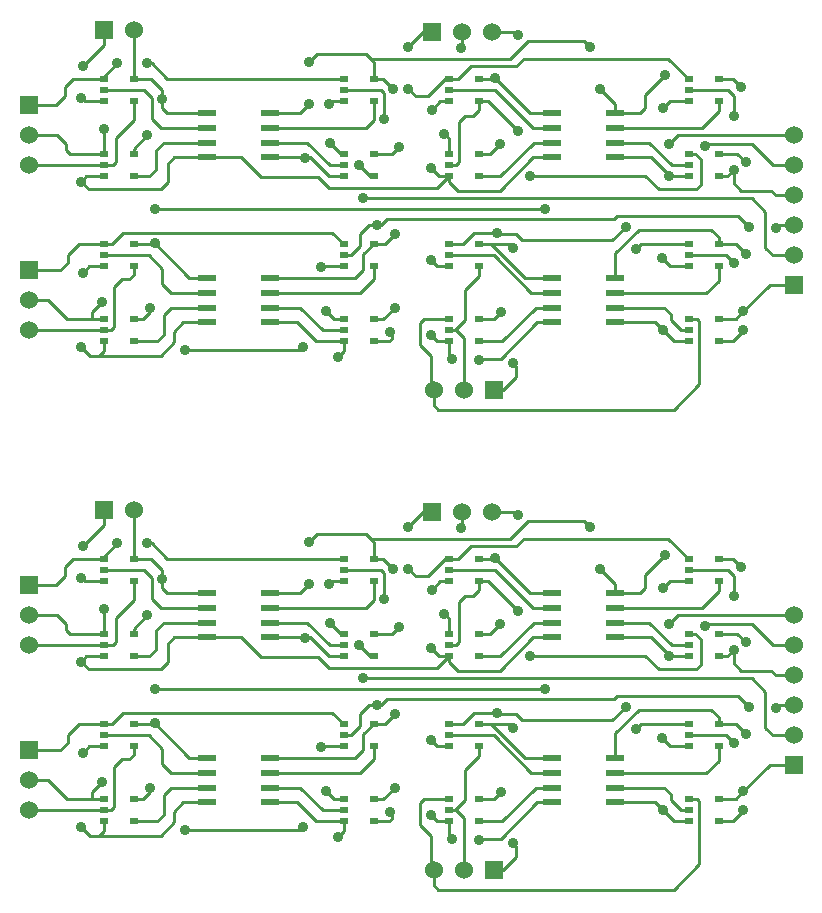
<source format=gtl>
G04 (created by PCBNEW (22-Jun-2014 BZR 4027)-stable) date Thu 13 Oct 2016 08:17:28 AM EDT*
%MOIN*%
G04 Gerber Fmt 3.4, Leading zero omitted, Abs format*
%FSLAX34Y34*%
G01*
G70*
G90*
G04 APERTURE LIST*
%ADD10C,0.00590551*%
%ADD11R,0.06X0.06*%
%ADD12C,0.06*%
%ADD13R,0.0629921X0.023622*%
%ADD14R,0.03X0.02*%
%ADD15C,0.035*%
%ADD16C,0.01*%
G04 APERTURE END LIST*
G54D10*
G54D11*
X32500Y-31500D03*
G54D12*
X32500Y-30500D03*
X32500Y-29500D03*
X32500Y-28500D03*
X32500Y-27500D03*
X32500Y-26500D03*
G54D11*
X9500Y-23000D03*
G54D12*
X10500Y-23000D03*
G54D11*
X22500Y-35000D03*
G54D12*
X21500Y-35000D03*
X20500Y-35000D03*
G54D11*
X20450Y-23050D03*
G54D12*
X21450Y-23050D03*
X22450Y-23050D03*
G54D11*
X7000Y-31000D03*
G54D12*
X7000Y-32000D03*
X7000Y-33000D03*
G54D11*
X7000Y-25500D03*
G54D12*
X7000Y-26500D03*
X7000Y-27500D03*
G54D13*
X26562Y-31261D03*
X24437Y-31261D03*
X26562Y-31753D03*
X26562Y-32246D03*
X26562Y-32738D03*
X24437Y-31753D03*
X24437Y-32246D03*
X24437Y-32738D03*
X15062Y-31261D03*
X12937Y-31261D03*
X15062Y-31753D03*
X15062Y-32246D03*
X15062Y-32738D03*
X12937Y-31753D03*
X12937Y-32246D03*
X12937Y-32738D03*
X15062Y-25761D03*
X12937Y-25761D03*
X15062Y-26253D03*
X15062Y-26746D03*
X15062Y-27238D03*
X12937Y-26253D03*
X12937Y-26746D03*
X12937Y-27238D03*
X26562Y-25761D03*
X24437Y-25761D03*
X26562Y-26253D03*
X26562Y-26746D03*
X26562Y-27238D03*
X24437Y-26253D03*
X24437Y-26746D03*
X24437Y-27238D03*
G54D14*
X17500Y-32625D03*
X17500Y-33375D03*
X18500Y-32625D03*
X17500Y-33000D03*
X18500Y-33375D03*
X9500Y-30125D03*
X9500Y-30875D03*
X10500Y-30125D03*
X9500Y-30500D03*
X10500Y-30875D03*
X9500Y-32625D03*
X9500Y-33375D03*
X10500Y-32625D03*
X9500Y-33000D03*
X10500Y-33375D03*
X17500Y-24625D03*
X17500Y-25375D03*
X18500Y-24625D03*
X17500Y-25000D03*
X18500Y-25375D03*
X17500Y-27125D03*
X17500Y-27875D03*
X18500Y-27125D03*
X17500Y-27500D03*
X18500Y-27875D03*
X9500Y-27125D03*
X9500Y-27875D03*
X10500Y-27125D03*
X9500Y-27500D03*
X10500Y-27875D03*
X17500Y-30125D03*
X17500Y-30875D03*
X18500Y-30125D03*
X17500Y-30500D03*
X18500Y-30875D03*
X21000Y-27125D03*
X21000Y-27875D03*
X22000Y-27125D03*
X21000Y-27500D03*
X22000Y-27875D03*
X21000Y-24625D03*
X21000Y-25375D03*
X22000Y-24625D03*
X21000Y-25000D03*
X22000Y-25375D03*
X29000Y-27125D03*
X29000Y-27875D03*
X30000Y-27125D03*
X29000Y-27500D03*
X30000Y-27875D03*
X29000Y-24625D03*
X29000Y-25375D03*
X30000Y-24625D03*
X29000Y-25000D03*
X30000Y-25375D03*
X21000Y-32625D03*
X21000Y-33375D03*
X22000Y-32625D03*
X21000Y-33000D03*
X22000Y-33375D03*
X21000Y-30125D03*
X21000Y-30875D03*
X22000Y-30125D03*
X21000Y-30500D03*
X22000Y-30875D03*
X29000Y-32625D03*
X29000Y-33375D03*
X30000Y-32625D03*
X29000Y-33000D03*
X30000Y-33375D03*
X29000Y-30125D03*
X29000Y-30875D03*
X30000Y-30125D03*
X29000Y-30500D03*
X30000Y-30875D03*
X9500Y-24625D03*
X9500Y-25375D03*
X10500Y-24625D03*
X9500Y-25000D03*
X10500Y-25375D03*
X9500Y-8625D03*
X9500Y-9375D03*
X10500Y-8625D03*
X9500Y-9000D03*
X10500Y-9375D03*
X29000Y-14125D03*
X29000Y-14875D03*
X30000Y-14125D03*
X29000Y-14500D03*
X30000Y-14875D03*
X29000Y-16625D03*
X29000Y-17375D03*
X30000Y-16625D03*
X29000Y-17000D03*
X30000Y-17375D03*
X21000Y-14125D03*
X21000Y-14875D03*
X22000Y-14125D03*
X21000Y-14500D03*
X22000Y-14875D03*
X21000Y-16625D03*
X21000Y-17375D03*
X22000Y-16625D03*
X21000Y-17000D03*
X22000Y-17375D03*
X29000Y-8625D03*
X29000Y-9375D03*
X30000Y-8625D03*
X29000Y-9000D03*
X30000Y-9375D03*
X29000Y-11125D03*
X29000Y-11875D03*
X30000Y-11125D03*
X29000Y-11500D03*
X30000Y-11875D03*
X21000Y-8625D03*
X21000Y-9375D03*
X22000Y-8625D03*
X21000Y-9000D03*
X22000Y-9375D03*
X21000Y-11125D03*
X21000Y-11875D03*
X22000Y-11125D03*
X21000Y-11500D03*
X22000Y-11875D03*
X17500Y-14125D03*
X17500Y-14875D03*
X18500Y-14125D03*
X17500Y-14500D03*
X18500Y-14875D03*
X9500Y-11125D03*
X9500Y-11875D03*
X10500Y-11125D03*
X9500Y-11500D03*
X10500Y-11875D03*
X17500Y-11125D03*
X17500Y-11875D03*
X18500Y-11125D03*
X17500Y-11500D03*
X18500Y-11875D03*
X17500Y-8625D03*
X17500Y-9375D03*
X18500Y-8625D03*
X17500Y-9000D03*
X18500Y-9375D03*
X9500Y-16625D03*
X9500Y-17375D03*
X10500Y-16625D03*
X9500Y-17000D03*
X10500Y-17375D03*
X9500Y-14125D03*
X9500Y-14875D03*
X10500Y-14125D03*
X9500Y-14500D03*
X10500Y-14875D03*
X17500Y-16625D03*
X17500Y-17375D03*
X18500Y-16625D03*
X17500Y-17000D03*
X18500Y-17375D03*
G54D13*
X26562Y-9761D03*
X24437Y-9761D03*
X26562Y-10253D03*
X26562Y-10746D03*
X26562Y-11238D03*
X24437Y-10253D03*
X24437Y-10746D03*
X24437Y-11238D03*
X15062Y-9761D03*
X12937Y-9761D03*
X15062Y-10253D03*
X15062Y-10746D03*
X15062Y-11238D03*
X12937Y-10253D03*
X12937Y-10746D03*
X12937Y-11238D03*
X15062Y-15261D03*
X12937Y-15261D03*
X15062Y-15753D03*
X15062Y-16246D03*
X15062Y-16738D03*
X12937Y-15753D03*
X12937Y-16246D03*
X12937Y-16738D03*
X26562Y-15261D03*
X24437Y-15261D03*
X26562Y-15753D03*
X26562Y-16246D03*
X26562Y-16738D03*
X24437Y-15753D03*
X24437Y-16246D03*
X24437Y-16738D03*
G54D11*
X7000Y-9500D03*
G54D12*
X7000Y-10500D03*
X7000Y-11500D03*
G54D11*
X7000Y-15000D03*
G54D12*
X7000Y-16000D03*
X7000Y-17000D03*
G54D11*
X20450Y-7050D03*
G54D12*
X21450Y-7050D03*
X22450Y-7050D03*
G54D11*
X22500Y-19000D03*
G54D12*
X21500Y-19000D03*
X20500Y-19000D03*
G54D11*
X9500Y-7000D03*
G54D12*
X10500Y-7000D03*
G54D11*
X32500Y-15500D03*
G54D12*
X32500Y-14500D03*
X32500Y-13500D03*
X32500Y-12500D03*
X32500Y-11500D03*
X32500Y-10500D03*
G54D15*
X18850Y-25950D03*
X18000Y-27500D03*
X18150Y-28600D03*
X18150Y-12600D03*
X18000Y-11500D03*
X18850Y-9950D03*
X18600Y-29500D03*
X19050Y-33050D03*
X31000Y-29550D03*
X31900Y-29600D03*
X31900Y-13600D03*
X31000Y-13550D03*
X19050Y-17050D03*
X18600Y-13500D03*
X30500Y-25850D03*
X30500Y-27650D03*
X30500Y-11650D03*
X30500Y-9850D03*
X30500Y-30750D03*
X30800Y-33000D03*
X29550Y-26850D03*
X29550Y-10850D03*
X30800Y-17000D03*
X30500Y-14750D03*
X23300Y-23150D03*
X23300Y-26350D03*
X23300Y-10350D03*
X23300Y-7150D03*
X10950Y-24100D03*
X9950Y-24100D03*
X9950Y-8100D03*
X10950Y-8100D03*
X19650Y-23550D03*
X19650Y-24950D03*
X19650Y-8950D03*
X19650Y-7550D03*
X22600Y-29750D03*
X23150Y-34100D03*
X26900Y-29550D03*
X27250Y-30300D03*
X27250Y-14300D03*
X26900Y-13550D03*
X23150Y-18100D03*
X22600Y-13750D03*
X11050Y-32250D03*
X11200Y-30100D03*
X10950Y-26500D03*
X11450Y-25300D03*
X22550Y-24600D03*
X22700Y-26800D03*
X22750Y-32400D03*
X11200Y-28950D03*
X24200Y-28950D03*
X23150Y-30250D03*
X23150Y-14250D03*
X24200Y-12950D03*
X11200Y-12950D03*
X22750Y-16400D03*
X22700Y-10800D03*
X22550Y-8600D03*
X11450Y-9300D03*
X10950Y-10500D03*
X11200Y-14100D03*
X11050Y-16250D03*
X8800Y-24200D03*
X8750Y-25250D03*
X8750Y-28050D03*
X8800Y-31100D03*
X8750Y-33550D03*
X20400Y-27600D03*
X20450Y-25650D03*
X20400Y-30650D03*
X20400Y-33150D03*
X21100Y-33950D03*
X22000Y-34000D03*
X22000Y-18000D03*
X21100Y-17950D03*
X20400Y-17150D03*
X20400Y-14650D03*
X20450Y-9650D03*
X20400Y-11600D03*
X8750Y-17550D03*
X8800Y-15100D03*
X8750Y-12050D03*
X8750Y-9250D03*
X8800Y-8200D03*
X17050Y-26750D03*
X9500Y-26300D03*
X9500Y-10300D03*
X17050Y-10750D03*
X16900Y-32350D03*
X16150Y-33550D03*
X12200Y-33650D03*
X9450Y-32050D03*
X9450Y-16050D03*
X12200Y-17650D03*
X16150Y-17550D03*
X16900Y-16350D03*
X21400Y-23600D03*
X20850Y-26450D03*
X23700Y-27850D03*
X23700Y-11850D03*
X20850Y-10450D03*
X21400Y-7600D03*
X16350Y-25450D03*
X16350Y-24050D03*
X19200Y-29800D03*
X19200Y-32250D03*
X30900Y-30450D03*
X30825Y-32375D03*
X30900Y-27400D03*
X30750Y-24900D03*
X28200Y-24500D03*
X26050Y-24950D03*
X25700Y-23550D03*
X19350Y-26900D03*
X19150Y-24950D03*
X19150Y-8950D03*
X19350Y-10900D03*
X25700Y-7550D03*
X26050Y-8950D03*
X28200Y-8500D03*
X30750Y-8900D03*
X30900Y-11400D03*
X30825Y-16375D03*
X30900Y-14450D03*
X19200Y-16250D03*
X19200Y-13800D03*
X16350Y-8050D03*
X16350Y-9450D03*
X16750Y-30900D03*
X17300Y-33900D03*
X28150Y-25600D03*
X28350Y-27850D03*
X28100Y-30600D03*
X28150Y-33000D03*
X28350Y-26800D03*
X16200Y-27250D03*
X17000Y-25450D03*
X17000Y-9450D03*
X16200Y-11250D03*
X28350Y-10800D03*
X28150Y-17000D03*
X28100Y-14600D03*
X28350Y-11850D03*
X28150Y-9600D03*
X17300Y-17900D03*
X16750Y-14900D03*
G54D16*
X18750Y-25000D02*
X18850Y-25100D01*
X18850Y-25100D02*
X18850Y-25950D01*
X18000Y-27500D02*
X18375Y-27875D01*
X18375Y-27875D02*
X18500Y-27875D01*
X17500Y-25000D02*
X18750Y-25000D01*
X18150Y-28600D02*
X20800Y-28600D01*
X24800Y-28600D02*
X20800Y-28600D01*
X24850Y-28600D02*
X24800Y-28600D01*
X31100Y-28600D02*
X31550Y-29050D01*
X31550Y-29050D02*
X31550Y-30250D01*
X31550Y-30250D02*
X31800Y-30500D01*
X31800Y-30500D02*
X32500Y-30500D01*
X24800Y-28600D02*
X31100Y-28600D01*
X24800Y-12600D02*
X31100Y-12600D01*
X31800Y-14500D02*
X32500Y-14500D01*
X31550Y-14250D02*
X31800Y-14500D01*
X31550Y-13050D02*
X31550Y-14250D01*
X31100Y-12600D02*
X31550Y-13050D01*
X24850Y-12600D02*
X24800Y-12600D01*
X24800Y-12600D02*
X20800Y-12600D01*
X18150Y-12600D02*
X20800Y-12600D01*
X17500Y-9000D02*
X18750Y-9000D01*
X18375Y-11875D02*
X18500Y-11875D01*
X18000Y-11500D02*
X18375Y-11875D01*
X18850Y-9100D02*
X18850Y-9950D01*
X18750Y-9000D02*
X18850Y-9100D01*
X17750Y-30500D02*
X18050Y-30200D01*
X18050Y-30200D02*
X18050Y-29800D01*
X18050Y-29800D02*
X18350Y-29500D01*
X18350Y-29500D02*
X18600Y-29500D01*
X19050Y-33050D02*
X19100Y-33100D01*
X19100Y-33100D02*
X19100Y-33300D01*
X19100Y-33300D02*
X19025Y-33375D01*
X19025Y-33375D02*
X18500Y-33375D01*
X17500Y-30500D02*
X17750Y-30500D01*
X18750Y-29500D02*
X18600Y-29500D01*
X18950Y-29300D02*
X20800Y-29300D01*
X18750Y-29500D02*
X18950Y-29300D01*
X24850Y-29300D02*
X20800Y-29300D01*
X24900Y-29300D02*
X24850Y-29300D01*
X30650Y-29200D02*
X31000Y-29550D01*
X31900Y-29600D02*
X32000Y-29500D01*
X32000Y-29500D02*
X32500Y-29500D01*
X24850Y-29300D02*
X26500Y-29300D01*
X26600Y-29200D02*
X30550Y-29200D01*
X26500Y-29300D02*
X26600Y-29200D01*
X30550Y-29200D02*
X30650Y-29200D01*
X30550Y-13200D02*
X30650Y-13200D01*
X26500Y-13300D02*
X26600Y-13200D01*
X26600Y-13200D02*
X30550Y-13200D01*
X24850Y-13300D02*
X26500Y-13300D01*
X32000Y-13500D02*
X32500Y-13500D01*
X31900Y-13600D02*
X32000Y-13500D01*
X30650Y-13200D02*
X31000Y-13550D01*
X24900Y-13300D02*
X24850Y-13300D01*
X24850Y-13300D02*
X20800Y-13300D01*
X18750Y-13500D02*
X18950Y-13300D01*
X18950Y-13300D02*
X20800Y-13300D01*
X18750Y-13500D02*
X18600Y-13500D01*
X17500Y-14500D02*
X17750Y-14500D01*
X19025Y-17375D02*
X18500Y-17375D01*
X19100Y-17300D02*
X19025Y-17375D01*
X19100Y-17100D02*
X19100Y-17300D01*
X19050Y-17050D02*
X19100Y-17100D01*
X18350Y-13500D02*
X18600Y-13500D01*
X18050Y-13800D02*
X18350Y-13500D01*
X18050Y-14200D02*
X18050Y-13800D01*
X17750Y-14500D02*
X18050Y-14200D01*
X30300Y-25000D02*
X30500Y-25200D01*
X30500Y-25200D02*
X30500Y-25850D01*
X30500Y-27650D02*
X30275Y-27875D01*
X30275Y-27875D02*
X30000Y-27875D01*
X29000Y-25000D02*
X30300Y-25000D01*
X30500Y-28100D02*
X30750Y-28350D01*
X30750Y-28350D02*
X31750Y-28350D01*
X31750Y-28350D02*
X31900Y-28500D01*
X31900Y-28500D02*
X32500Y-28500D01*
X30500Y-27650D02*
X30500Y-28100D01*
X30500Y-11650D02*
X30500Y-12100D01*
X31900Y-12500D02*
X32500Y-12500D01*
X31750Y-12350D02*
X31900Y-12500D01*
X30750Y-12350D02*
X31750Y-12350D01*
X30500Y-12100D02*
X30750Y-12350D01*
X29000Y-9000D02*
X30300Y-9000D01*
X30275Y-11875D02*
X30000Y-11875D01*
X30500Y-11650D02*
X30275Y-11875D01*
X30500Y-9200D02*
X30500Y-9850D01*
X30300Y-9000D02*
X30500Y-9200D01*
X30250Y-30500D02*
X30500Y-30750D01*
X30800Y-33000D02*
X30750Y-33050D01*
X30750Y-33050D02*
X30750Y-33100D01*
X30750Y-33100D02*
X30475Y-33375D01*
X30475Y-33375D02*
X30000Y-33375D01*
X29000Y-30500D02*
X30250Y-30500D01*
X29550Y-26850D02*
X29600Y-26800D01*
X29600Y-26800D02*
X31100Y-26800D01*
X31100Y-26800D02*
X31800Y-27500D01*
X31800Y-27500D02*
X32500Y-27500D01*
X31800Y-11500D02*
X32500Y-11500D01*
X31100Y-10800D02*
X31800Y-11500D01*
X29600Y-10800D02*
X31100Y-10800D01*
X29550Y-10850D02*
X29600Y-10800D01*
X29000Y-14500D02*
X30250Y-14500D01*
X30475Y-17375D02*
X30000Y-17375D01*
X30750Y-17100D02*
X30475Y-17375D01*
X30750Y-17050D02*
X30750Y-17100D01*
X30800Y-17000D02*
X30750Y-17050D01*
X30250Y-14500D02*
X30500Y-14750D01*
X7000Y-27500D02*
X9500Y-27500D01*
X10500Y-26000D02*
X9900Y-26600D01*
X9900Y-26600D02*
X9900Y-27400D01*
X9900Y-27400D02*
X9800Y-27500D01*
X9800Y-27500D02*
X9500Y-27500D01*
X10500Y-25375D02*
X10500Y-26000D01*
X10500Y-9375D02*
X10500Y-10000D01*
X9800Y-11500D02*
X9500Y-11500D01*
X9900Y-11400D02*
X9800Y-11500D01*
X9900Y-10600D02*
X9900Y-11400D01*
X10500Y-10000D02*
X9900Y-10600D01*
X7000Y-11500D02*
X9500Y-11500D01*
X7000Y-33000D02*
X9500Y-33000D01*
X9750Y-33000D02*
X9850Y-32900D01*
X9850Y-32900D02*
X9850Y-31550D01*
X9850Y-31550D02*
X10100Y-31300D01*
X10100Y-31300D02*
X10350Y-31300D01*
X10350Y-31300D02*
X10500Y-31150D01*
X10500Y-31150D02*
X10500Y-30875D01*
X9500Y-33000D02*
X9750Y-33000D01*
X9500Y-17000D02*
X9750Y-17000D01*
X10500Y-15150D02*
X10500Y-14875D01*
X10350Y-15300D02*
X10500Y-15150D01*
X10100Y-15300D02*
X10350Y-15300D01*
X9850Y-15550D02*
X10100Y-15300D01*
X9850Y-16900D02*
X9850Y-15550D01*
X9750Y-17000D02*
X9850Y-16900D01*
X7000Y-17000D02*
X9500Y-17000D01*
X22000Y-25650D02*
X21800Y-25850D01*
X21800Y-25850D02*
X21550Y-25850D01*
X21550Y-25850D02*
X21350Y-26050D01*
X21350Y-26050D02*
X21350Y-27400D01*
X21350Y-27400D02*
X21250Y-27500D01*
X21250Y-27500D02*
X21000Y-27500D01*
X22000Y-25375D02*
X22000Y-25650D01*
X23200Y-23050D02*
X23300Y-23150D01*
X23300Y-26350D02*
X22325Y-25375D01*
X22325Y-25375D02*
X22000Y-25375D01*
X22450Y-23050D02*
X23200Y-23050D01*
X22450Y-7050D02*
X23200Y-7050D01*
X22325Y-9375D02*
X22000Y-9375D01*
X23300Y-10350D02*
X22325Y-9375D01*
X23200Y-7050D02*
X23300Y-7150D01*
X22000Y-9375D02*
X22000Y-9650D01*
X21250Y-11500D02*
X21000Y-11500D01*
X21350Y-11400D02*
X21250Y-11500D01*
X21350Y-10050D02*
X21350Y-11400D01*
X21550Y-9850D02*
X21350Y-10050D01*
X21800Y-9850D02*
X21550Y-9850D01*
X22000Y-9650D02*
X21800Y-9850D01*
X21250Y-33000D02*
X21500Y-33250D01*
X21500Y-33250D02*
X21500Y-35000D01*
X21000Y-33000D02*
X21250Y-33000D01*
X21200Y-33000D02*
X21550Y-32650D01*
X21550Y-32650D02*
X21550Y-31650D01*
X21550Y-31650D02*
X22000Y-31200D01*
X22000Y-31200D02*
X22000Y-30875D01*
X21000Y-33000D02*
X21200Y-33000D01*
X21000Y-17000D02*
X21200Y-17000D01*
X22000Y-15200D02*
X22000Y-14875D01*
X21550Y-15650D02*
X22000Y-15200D01*
X21550Y-16650D02*
X21550Y-15650D01*
X21200Y-17000D02*
X21550Y-16650D01*
X21000Y-17000D02*
X21250Y-17000D01*
X21500Y-17250D02*
X21500Y-19000D01*
X21250Y-17000D02*
X21500Y-17250D01*
X7900Y-25500D02*
X8200Y-25200D01*
X8200Y-25200D02*
X8200Y-24900D01*
X8200Y-24900D02*
X8475Y-24625D01*
X8475Y-24625D02*
X9500Y-24625D01*
X7000Y-25500D02*
X7900Y-25500D01*
X11625Y-24625D02*
X11100Y-24100D01*
X11100Y-24100D02*
X10950Y-24100D01*
X9950Y-24100D02*
X9500Y-24550D01*
X9500Y-24550D02*
X9500Y-24625D01*
X17500Y-24625D02*
X11625Y-24625D01*
X17500Y-8625D02*
X11625Y-8625D01*
X9500Y-8550D02*
X9500Y-8625D01*
X9950Y-8100D02*
X9500Y-8550D01*
X11100Y-8100D02*
X10950Y-8100D01*
X11625Y-8625D02*
X11100Y-8100D01*
X7000Y-9500D02*
X7900Y-9500D01*
X8475Y-8625D02*
X9500Y-8625D01*
X8200Y-8900D02*
X8475Y-8625D01*
X8200Y-9200D02*
X8200Y-8900D01*
X7900Y-9500D02*
X8200Y-9200D01*
X8050Y-31000D02*
X8300Y-30750D01*
X8300Y-30750D02*
X8300Y-30500D01*
X8300Y-30500D02*
X8675Y-30125D01*
X8675Y-30125D02*
X9500Y-30125D01*
X7000Y-31000D02*
X8050Y-31000D01*
X9775Y-30125D02*
X10150Y-29750D01*
X10150Y-29750D02*
X17125Y-29750D01*
X17125Y-29750D02*
X17500Y-30125D01*
X9500Y-30125D02*
X9775Y-30125D01*
X9500Y-14125D02*
X9775Y-14125D01*
X17125Y-13750D02*
X17500Y-14125D01*
X10150Y-13750D02*
X17125Y-13750D01*
X9775Y-14125D02*
X10150Y-13750D01*
X7000Y-15000D02*
X8050Y-15000D01*
X8675Y-14125D02*
X9500Y-14125D01*
X8300Y-14500D02*
X8675Y-14125D01*
X8300Y-14750D02*
X8300Y-14500D01*
X8050Y-15000D02*
X8300Y-14750D01*
X20150Y-23050D02*
X19650Y-23550D01*
X19650Y-24950D02*
X19900Y-25200D01*
X19900Y-25200D02*
X20300Y-25200D01*
X20300Y-25200D02*
X20875Y-24625D01*
X20875Y-24625D02*
X21000Y-24625D01*
X20450Y-23050D02*
X20150Y-23050D01*
X21325Y-24625D02*
X21750Y-24200D01*
X21750Y-24200D02*
X23250Y-24200D01*
X23250Y-24200D02*
X23500Y-23950D01*
X23500Y-23950D02*
X28325Y-23950D01*
X28325Y-23950D02*
X29000Y-24625D01*
X21000Y-24625D02*
X21325Y-24625D01*
X21000Y-8625D02*
X21325Y-8625D01*
X28325Y-7950D02*
X29000Y-8625D01*
X23500Y-7950D02*
X28325Y-7950D01*
X23250Y-8200D02*
X23500Y-7950D01*
X21750Y-8200D02*
X23250Y-8200D01*
X21325Y-8625D02*
X21750Y-8200D01*
X20450Y-7050D02*
X20150Y-7050D01*
X20875Y-8625D02*
X21000Y-8625D01*
X20300Y-9200D02*
X20875Y-8625D01*
X19900Y-9200D02*
X20300Y-9200D01*
X19650Y-8950D02*
X19900Y-9200D01*
X20150Y-7050D02*
X19650Y-7550D01*
X21250Y-30125D02*
X21275Y-30125D01*
X21000Y-30125D02*
X21250Y-30125D01*
X21475Y-30125D02*
X21250Y-30125D01*
X21850Y-29750D02*
X22600Y-29750D01*
X21475Y-30125D02*
X21850Y-29750D01*
X22500Y-35000D02*
X22800Y-35000D01*
X23150Y-34100D02*
X23250Y-34200D01*
X23250Y-34200D02*
X23250Y-34550D01*
X23250Y-34550D02*
X22800Y-35000D01*
X22650Y-29800D02*
X22600Y-29750D01*
X26450Y-30000D02*
X26900Y-29550D01*
X23450Y-30000D02*
X26450Y-30000D01*
X23250Y-29800D02*
X23450Y-30000D01*
X29000Y-30125D02*
X27425Y-30125D01*
X27250Y-30300D02*
X27425Y-30125D01*
X23250Y-29800D02*
X22650Y-29800D01*
X23250Y-13800D02*
X22650Y-13800D01*
X27250Y-14300D02*
X27425Y-14125D01*
X29000Y-14125D02*
X27425Y-14125D01*
X23250Y-13800D02*
X23450Y-14000D01*
X23450Y-14000D02*
X26450Y-14000D01*
X26450Y-14000D02*
X26900Y-13550D01*
X22650Y-13800D02*
X22600Y-13750D01*
X23250Y-18550D02*
X22800Y-19000D01*
X23250Y-18200D02*
X23250Y-18550D01*
X23150Y-18100D02*
X23250Y-18200D01*
X22500Y-19000D02*
X22800Y-19000D01*
X21475Y-14125D02*
X21850Y-13750D01*
X21850Y-13750D02*
X22600Y-13750D01*
X21475Y-14125D02*
X21250Y-14125D01*
X21000Y-14125D02*
X21250Y-14125D01*
X21250Y-14125D02*
X21275Y-14125D01*
X11450Y-25300D02*
X11450Y-25600D01*
X11450Y-25600D02*
X11611Y-25761D01*
X11611Y-25761D02*
X12937Y-25761D01*
X11075Y-24625D02*
X11450Y-25000D01*
X11450Y-25000D02*
X11450Y-25300D01*
X10500Y-24625D02*
X11075Y-24625D01*
X10500Y-23000D02*
X10500Y-24625D01*
X10825Y-32625D02*
X11050Y-32400D01*
X11050Y-32400D02*
X11050Y-32250D01*
X11200Y-30100D02*
X11175Y-30125D01*
X11175Y-30125D02*
X10500Y-30125D01*
X10500Y-32625D02*
X10825Y-32625D01*
X10950Y-26500D02*
X10500Y-26950D01*
X10500Y-26950D02*
X10500Y-27125D01*
X11500Y-25300D02*
X11450Y-25300D01*
X11450Y-25300D02*
X11500Y-25300D01*
X12361Y-31261D02*
X11200Y-30100D01*
X12937Y-31261D02*
X12361Y-31261D01*
X22575Y-24625D02*
X23711Y-25761D01*
X23711Y-25761D02*
X24437Y-25761D01*
X22000Y-24625D02*
X22575Y-24625D01*
X22550Y-24600D02*
X22550Y-24625D01*
X22550Y-24625D02*
X22575Y-24625D01*
X22375Y-27125D02*
X22700Y-26800D01*
X22000Y-27125D02*
X22375Y-27125D01*
X22525Y-32625D02*
X22000Y-32625D01*
X22750Y-32400D02*
X22525Y-32625D01*
X23561Y-31261D02*
X24437Y-31261D01*
X22425Y-30125D02*
X23561Y-31261D01*
X22400Y-30125D02*
X22425Y-30125D01*
X22000Y-30125D02*
X22400Y-30125D01*
X21550Y-28950D02*
X11200Y-28950D01*
X24200Y-28950D02*
X21550Y-28950D01*
X23025Y-30125D02*
X23150Y-30250D01*
X22400Y-30125D02*
X23025Y-30125D01*
X22400Y-14125D02*
X23025Y-14125D01*
X23025Y-14125D02*
X23150Y-14250D01*
X24200Y-12950D02*
X21550Y-12950D01*
X21550Y-12950D02*
X11200Y-12950D01*
X22000Y-14125D02*
X22400Y-14125D01*
X22400Y-14125D02*
X22425Y-14125D01*
X22425Y-14125D02*
X23561Y-15261D01*
X23561Y-15261D02*
X24437Y-15261D01*
X22750Y-16400D02*
X22525Y-16625D01*
X22525Y-16625D02*
X22000Y-16625D01*
X22000Y-11125D02*
X22375Y-11125D01*
X22375Y-11125D02*
X22700Y-10800D01*
X22550Y-8625D02*
X22575Y-8625D01*
X22550Y-8600D02*
X22550Y-8625D01*
X22000Y-8625D02*
X22575Y-8625D01*
X23711Y-9761D02*
X24437Y-9761D01*
X22575Y-8625D02*
X23711Y-9761D01*
X12937Y-15261D02*
X12361Y-15261D01*
X12361Y-15261D02*
X11200Y-14100D01*
X11450Y-9300D02*
X11500Y-9300D01*
X11500Y-9300D02*
X11450Y-9300D01*
X10500Y-10950D02*
X10500Y-11125D01*
X10950Y-10500D02*
X10500Y-10950D01*
X10500Y-16625D02*
X10825Y-16625D01*
X11175Y-14125D02*
X10500Y-14125D01*
X11200Y-14100D02*
X11175Y-14125D01*
X11050Y-16400D02*
X11050Y-16250D01*
X10825Y-16625D02*
X11050Y-16400D01*
X10500Y-7000D02*
X10500Y-8625D01*
X10500Y-8625D02*
X11075Y-8625D01*
X11450Y-9000D02*
X11450Y-9300D01*
X11075Y-8625D02*
X11450Y-9000D01*
X11611Y-9761D02*
X12937Y-9761D01*
X11450Y-9600D02*
X11611Y-9761D01*
X11450Y-9300D02*
X11450Y-9600D01*
X9500Y-23500D02*
X8800Y-24200D01*
X8750Y-25250D02*
X8875Y-25375D01*
X8875Y-25375D02*
X9500Y-25375D01*
X9500Y-23000D02*
X9500Y-23500D01*
X8750Y-28050D02*
X9000Y-28300D01*
X9000Y-28300D02*
X9300Y-28300D01*
X11861Y-27238D02*
X11650Y-27450D01*
X11650Y-27450D02*
X11650Y-28050D01*
X11650Y-28050D02*
X11400Y-28300D01*
X11400Y-28300D02*
X9300Y-28300D01*
X12937Y-27238D02*
X11861Y-27238D01*
X9025Y-30875D02*
X8800Y-31100D01*
X8750Y-33550D02*
X9050Y-33850D01*
X9050Y-33850D02*
X9350Y-33850D01*
X9350Y-33850D02*
X9500Y-33700D01*
X9500Y-33700D02*
X9500Y-33375D01*
X9500Y-30875D02*
X9025Y-30875D01*
X8925Y-27875D02*
X8750Y-28050D01*
X9500Y-27875D02*
X8925Y-27875D01*
X12161Y-32738D02*
X11850Y-33050D01*
X11850Y-33050D02*
X11850Y-33400D01*
X11850Y-33400D02*
X11400Y-33850D01*
X11400Y-33850D02*
X9350Y-33850D01*
X12937Y-32738D02*
X12161Y-32738D01*
X23811Y-27238D02*
X22700Y-28350D01*
X22700Y-28350D02*
X21400Y-28350D01*
X21000Y-28050D02*
X21000Y-27875D01*
X21400Y-28350D02*
X21300Y-28350D01*
X21300Y-28350D02*
X21000Y-28050D01*
X24437Y-27238D02*
X23811Y-27238D01*
X20400Y-27600D02*
X20675Y-27875D01*
X20675Y-27875D02*
X21000Y-27875D01*
X20725Y-25375D02*
X20450Y-25650D01*
X21000Y-25375D02*
X20725Y-25375D01*
X20400Y-30650D02*
X20625Y-30875D01*
X20625Y-30875D02*
X21000Y-30875D01*
X20400Y-33150D02*
X20625Y-33375D01*
X20625Y-33375D02*
X21000Y-33375D01*
X21000Y-33850D02*
X21100Y-33950D01*
X22000Y-34000D02*
X22050Y-33950D01*
X22050Y-33950D02*
X22750Y-33950D01*
X22750Y-33950D02*
X23961Y-32738D01*
X23961Y-32738D02*
X24437Y-32738D01*
X21000Y-33375D02*
X21000Y-33850D01*
X14088Y-27238D02*
X14750Y-27900D01*
X14750Y-27900D02*
X16650Y-27900D01*
X16650Y-27900D02*
X17000Y-28250D01*
X17000Y-28250D02*
X20625Y-28250D01*
X20625Y-28250D02*
X21000Y-27875D01*
X12937Y-27238D02*
X14088Y-27238D01*
X12937Y-11238D02*
X14088Y-11238D01*
X20625Y-12250D02*
X21000Y-11875D01*
X17000Y-12250D02*
X20625Y-12250D01*
X16650Y-11900D02*
X17000Y-12250D01*
X14750Y-11900D02*
X16650Y-11900D01*
X14088Y-11238D02*
X14750Y-11900D01*
X21000Y-17375D02*
X21000Y-17850D01*
X23961Y-16738D02*
X24437Y-16738D01*
X22750Y-17950D02*
X23961Y-16738D01*
X22050Y-17950D02*
X22750Y-17950D01*
X22000Y-18000D02*
X22050Y-17950D01*
X21000Y-17850D02*
X21100Y-17950D01*
X20625Y-17375D02*
X21000Y-17375D01*
X20400Y-17150D02*
X20625Y-17375D01*
X20625Y-14875D02*
X21000Y-14875D01*
X20400Y-14650D02*
X20625Y-14875D01*
X21000Y-9375D02*
X20725Y-9375D01*
X20725Y-9375D02*
X20450Y-9650D01*
X20675Y-11875D02*
X21000Y-11875D01*
X20400Y-11600D02*
X20675Y-11875D01*
X24437Y-11238D02*
X23811Y-11238D01*
X21300Y-12350D02*
X21000Y-12050D01*
X21400Y-12350D02*
X21300Y-12350D01*
X21000Y-12050D02*
X21000Y-11875D01*
X22700Y-12350D02*
X21400Y-12350D01*
X23811Y-11238D02*
X22700Y-12350D01*
X12937Y-16738D02*
X12161Y-16738D01*
X11400Y-17850D02*
X9350Y-17850D01*
X11850Y-17400D02*
X11400Y-17850D01*
X11850Y-17050D02*
X11850Y-17400D01*
X12161Y-16738D02*
X11850Y-17050D01*
X9500Y-11875D02*
X8925Y-11875D01*
X8925Y-11875D02*
X8750Y-12050D01*
X9500Y-14875D02*
X9025Y-14875D01*
X9500Y-17700D02*
X9500Y-17375D01*
X9350Y-17850D02*
X9500Y-17700D01*
X9050Y-17850D02*
X9350Y-17850D01*
X8750Y-17550D02*
X9050Y-17850D01*
X9025Y-14875D02*
X8800Y-15100D01*
X12937Y-11238D02*
X11861Y-11238D01*
X11400Y-12300D02*
X9300Y-12300D01*
X11650Y-12050D02*
X11400Y-12300D01*
X11650Y-11450D02*
X11650Y-12050D01*
X11861Y-11238D02*
X11650Y-11450D01*
X9000Y-12300D02*
X9300Y-12300D01*
X8750Y-12050D02*
X9000Y-12300D01*
X9500Y-7000D02*
X9500Y-7500D01*
X8875Y-9375D02*
X9500Y-9375D01*
X8750Y-9250D02*
X8875Y-9375D01*
X9500Y-7500D02*
X8800Y-8200D01*
X7900Y-26500D02*
X7950Y-26500D01*
X8375Y-27125D02*
X8975Y-27125D01*
X8975Y-27125D02*
X9500Y-27125D01*
X8250Y-27000D02*
X8375Y-27125D01*
X8250Y-26800D02*
X8250Y-27000D01*
X7950Y-26500D02*
X8250Y-26800D01*
X7000Y-26500D02*
X7900Y-26500D01*
X17500Y-27125D02*
X17425Y-27125D01*
X17425Y-27125D02*
X17050Y-26750D01*
X9500Y-26300D02*
X9500Y-27125D01*
X9500Y-10300D02*
X9500Y-11125D01*
X17425Y-11125D02*
X17050Y-10750D01*
X17500Y-11125D02*
X17425Y-11125D01*
X7000Y-10500D02*
X7900Y-10500D01*
X7950Y-10500D02*
X8250Y-10800D01*
X8250Y-10800D02*
X8250Y-11000D01*
X8250Y-11000D02*
X8375Y-11125D01*
X8975Y-11125D02*
X9500Y-11125D01*
X8375Y-11125D02*
X8975Y-11125D01*
X7900Y-10500D02*
X7950Y-10500D01*
X7650Y-32000D02*
X8275Y-32625D01*
X9100Y-32625D02*
X9500Y-32625D01*
X8275Y-32625D02*
X9100Y-32625D01*
X7000Y-32000D02*
X7650Y-32000D01*
X17175Y-32625D02*
X16900Y-32350D01*
X16150Y-33550D02*
X16050Y-33650D01*
X16050Y-33650D02*
X12200Y-33650D01*
X9450Y-32050D02*
X9100Y-32400D01*
X9100Y-32400D02*
X9100Y-32625D01*
X17500Y-32625D02*
X17175Y-32625D01*
X17500Y-16625D02*
X17175Y-16625D01*
X9100Y-16400D02*
X9100Y-16625D01*
X9450Y-16050D02*
X9100Y-16400D01*
X16050Y-17650D02*
X12200Y-17650D01*
X16150Y-17550D02*
X16050Y-17650D01*
X17175Y-16625D02*
X16900Y-16350D01*
X7000Y-16000D02*
X7650Y-16000D01*
X8275Y-16625D02*
X9100Y-16625D01*
X9100Y-16625D02*
X9500Y-16625D01*
X7650Y-16000D02*
X8275Y-16625D01*
X21450Y-23550D02*
X21400Y-23600D01*
X20850Y-26450D02*
X21000Y-26600D01*
X21000Y-26600D02*
X21000Y-27125D01*
X21450Y-23050D02*
X21450Y-23550D01*
X29400Y-27300D02*
X29225Y-27125D01*
X29400Y-28150D02*
X29400Y-27300D01*
X29250Y-28300D02*
X29400Y-28150D01*
X28050Y-28300D02*
X29250Y-28300D01*
X29225Y-27125D02*
X29000Y-27125D01*
X23700Y-27850D02*
X27550Y-27850D01*
X27550Y-27850D02*
X28000Y-28300D01*
X28000Y-28300D02*
X28050Y-28300D01*
X28000Y-12300D02*
X28050Y-12300D01*
X27550Y-11850D02*
X28000Y-12300D01*
X23700Y-11850D02*
X27550Y-11850D01*
X29225Y-11125D02*
X29000Y-11125D01*
X28050Y-12300D02*
X29250Y-12300D01*
X29250Y-12300D02*
X29400Y-12150D01*
X29400Y-12150D02*
X29400Y-11300D01*
X29400Y-11300D02*
X29225Y-11125D01*
X21450Y-7050D02*
X21450Y-7550D01*
X21000Y-10600D02*
X21000Y-11125D01*
X20850Y-10450D02*
X21000Y-10600D01*
X21450Y-7550D02*
X21400Y-7600D01*
X20175Y-32625D02*
X20050Y-32750D01*
X20050Y-32750D02*
X20050Y-33500D01*
X20050Y-33500D02*
X20400Y-33850D01*
X20400Y-33850D02*
X20400Y-34900D01*
X20400Y-34900D02*
X20500Y-35000D01*
X21000Y-32625D02*
X20175Y-32625D01*
X29275Y-32625D02*
X29350Y-32700D01*
X29350Y-32700D02*
X29350Y-34800D01*
X29350Y-34800D02*
X28500Y-35650D01*
X28500Y-35650D02*
X20650Y-35650D01*
X20650Y-35650D02*
X20500Y-35500D01*
X20500Y-35500D02*
X20500Y-35000D01*
X29000Y-32625D02*
X29275Y-32625D01*
X29000Y-16625D02*
X29275Y-16625D01*
X20500Y-19500D02*
X20500Y-19000D01*
X20650Y-19650D02*
X20500Y-19500D01*
X28500Y-19650D02*
X20650Y-19650D01*
X29350Y-18800D02*
X28500Y-19650D01*
X29350Y-16700D02*
X29350Y-18800D01*
X29275Y-16625D02*
X29350Y-16700D01*
X21000Y-16625D02*
X20175Y-16625D01*
X20400Y-18900D02*
X20500Y-19000D01*
X20400Y-17850D02*
X20400Y-18900D01*
X20050Y-17500D02*
X20400Y-17850D01*
X20050Y-16750D02*
X20050Y-17500D01*
X20175Y-16625D02*
X20050Y-16750D01*
X28750Y-33000D02*
X28400Y-32650D01*
X28400Y-32650D02*
X28400Y-32450D01*
X28400Y-32450D02*
X28196Y-32246D01*
X28196Y-32246D02*
X26562Y-32246D01*
X29000Y-33000D02*
X28750Y-33000D01*
X29000Y-17000D02*
X28750Y-17000D01*
X28196Y-16246D02*
X26562Y-16246D01*
X28400Y-16450D02*
X28196Y-16246D01*
X28400Y-16650D02*
X28400Y-16450D01*
X28750Y-17000D02*
X28400Y-16650D01*
X27696Y-26746D02*
X28450Y-27500D01*
X28450Y-27500D02*
X29000Y-27500D01*
X26562Y-26746D02*
X27696Y-26746D01*
X26562Y-10746D02*
X27696Y-10746D01*
X28450Y-11500D02*
X29000Y-11500D01*
X27696Y-10746D02*
X28450Y-11500D01*
X29446Y-26253D02*
X30000Y-25700D01*
X30000Y-25700D02*
X30000Y-25375D01*
X26562Y-26253D02*
X29446Y-26253D01*
X26562Y-10253D02*
X29446Y-10253D01*
X30000Y-9700D02*
X30000Y-9375D01*
X29446Y-10253D02*
X30000Y-9700D01*
X22550Y-25000D02*
X23800Y-26250D01*
X23800Y-26250D02*
X24433Y-26250D01*
X24433Y-26250D02*
X24437Y-26253D01*
X21000Y-25000D02*
X22550Y-25000D01*
X21000Y-9000D02*
X22550Y-9000D01*
X24433Y-10250D02*
X24437Y-10253D01*
X23800Y-10250D02*
X24433Y-10250D01*
X22550Y-9000D02*
X23800Y-10250D01*
X22725Y-27875D02*
X23853Y-26746D01*
X23853Y-26746D02*
X24437Y-26746D01*
X22000Y-27875D02*
X22725Y-27875D01*
X22000Y-11875D02*
X22725Y-11875D01*
X23853Y-10746D02*
X24437Y-10746D01*
X22725Y-11875D02*
X23853Y-10746D01*
X16800Y-33000D02*
X16046Y-32246D01*
X16046Y-32246D02*
X15062Y-32246D01*
X17500Y-33000D02*
X16800Y-33000D01*
X17500Y-17000D02*
X16800Y-17000D01*
X16046Y-16246D02*
X15062Y-16246D01*
X16800Y-17000D02*
X16046Y-16246D01*
X11503Y-26746D02*
X11250Y-27000D01*
X11250Y-27000D02*
X11250Y-27650D01*
X11250Y-27650D02*
X11025Y-27875D01*
X11025Y-27875D02*
X10500Y-27875D01*
X12937Y-26746D02*
X11503Y-26746D01*
X12937Y-10746D02*
X11503Y-10746D01*
X11025Y-11875D02*
X10500Y-11875D01*
X11250Y-11650D02*
X11025Y-11875D01*
X11250Y-11000D02*
X11250Y-11650D01*
X11503Y-10746D02*
X11250Y-11000D01*
X18246Y-26253D02*
X18500Y-26000D01*
X18500Y-26000D02*
X18500Y-25375D01*
X15062Y-26253D02*
X18246Y-26253D01*
X15062Y-10253D02*
X18246Y-10253D01*
X18500Y-10000D02*
X18500Y-9375D01*
X18246Y-10253D02*
X18500Y-10000D01*
X10850Y-25000D02*
X11100Y-25250D01*
X11100Y-25250D02*
X11100Y-25950D01*
X11100Y-25950D02*
X11403Y-26253D01*
X11403Y-26253D02*
X12937Y-26253D01*
X9500Y-25000D02*
X10850Y-25000D01*
X9500Y-9000D02*
X10850Y-9000D01*
X11403Y-10253D02*
X12937Y-10253D01*
X11100Y-9950D02*
X11403Y-10253D01*
X11100Y-9250D02*
X11100Y-9950D01*
X10850Y-9000D02*
X11100Y-9250D01*
X16296Y-26746D02*
X17050Y-27500D01*
X17050Y-27500D02*
X17500Y-27500D01*
X15062Y-26746D02*
X16296Y-26746D01*
X15062Y-10746D02*
X16296Y-10746D01*
X17050Y-11500D02*
X17500Y-11500D01*
X16296Y-10746D02*
X17050Y-11500D01*
X11753Y-32246D02*
X11500Y-32500D01*
X11500Y-32500D02*
X11500Y-33150D01*
X11500Y-33150D02*
X11275Y-33375D01*
X11275Y-33375D02*
X10500Y-33375D01*
X12937Y-32246D02*
X11753Y-32246D01*
X12937Y-16246D02*
X11753Y-16246D01*
X11275Y-17375D02*
X10500Y-17375D01*
X11500Y-17150D02*
X11275Y-17375D01*
X11500Y-16500D02*
X11500Y-17150D01*
X11753Y-16246D02*
X11500Y-16500D01*
X18046Y-31753D02*
X18500Y-31300D01*
X18500Y-31300D02*
X18500Y-30875D01*
X15062Y-31753D02*
X18046Y-31753D01*
X15062Y-15753D02*
X18046Y-15753D01*
X18500Y-15300D02*
X18500Y-14875D01*
X18046Y-15753D02*
X18500Y-15300D01*
X11000Y-30500D02*
X11450Y-30950D01*
X11450Y-30950D02*
X11450Y-31450D01*
X11450Y-31450D02*
X11753Y-31753D01*
X11753Y-31753D02*
X12937Y-31753D01*
X9500Y-30500D02*
X11000Y-30500D01*
X9500Y-14500D02*
X11000Y-14500D01*
X11753Y-15753D02*
X12937Y-15753D01*
X11450Y-15450D02*
X11753Y-15753D01*
X11450Y-14950D02*
X11450Y-15450D01*
X11000Y-14500D02*
X11450Y-14950D01*
X29596Y-31753D02*
X30000Y-31350D01*
X30000Y-31350D02*
X30000Y-30875D01*
X26562Y-31753D02*
X29596Y-31753D01*
X26562Y-15753D02*
X29596Y-15753D01*
X30000Y-15350D02*
X30000Y-14875D01*
X29596Y-15753D02*
X30000Y-15350D01*
X22500Y-30500D02*
X23753Y-31753D01*
X23753Y-31753D02*
X24437Y-31753D01*
X21000Y-30500D02*
X22500Y-30500D01*
X21000Y-14500D02*
X22500Y-14500D01*
X23753Y-15753D02*
X24437Y-15753D01*
X22500Y-14500D02*
X23753Y-15753D01*
X22775Y-33375D02*
X23903Y-32246D01*
X23903Y-32246D02*
X24437Y-32246D01*
X22000Y-33375D02*
X22775Y-33375D01*
X22000Y-17375D02*
X22775Y-17375D01*
X23903Y-16246D02*
X24437Y-16246D01*
X22775Y-17375D02*
X23903Y-16246D01*
X18400Y-23950D02*
X18500Y-24050D01*
X18500Y-24050D02*
X18500Y-24625D01*
X16038Y-25761D02*
X16350Y-25450D01*
X16350Y-24050D02*
X16600Y-23800D01*
X16600Y-23800D02*
X18250Y-23800D01*
X18250Y-23800D02*
X18400Y-23950D01*
X15062Y-25761D02*
X16038Y-25761D01*
X17888Y-31261D02*
X18150Y-31000D01*
X18150Y-31000D02*
X18150Y-30475D01*
X18150Y-30475D02*
X18500Y-30125D01*
X15062Y-31261D02*
X17888Y-31261D01*
X19200Y-29800D02*
X18875Y-30125D01*
X18875Y-30125D02*
X18500Y-30125D01*
X18825Y-32625D02*
X18500Y-32625D01*
X19200Y-32250D02*
X18825Y-32625D01*
X30825Y-32375D02*
X31700Y-31500D01*
X30575Y-32625D02*
X30825Y-32375D01*
X31700Y-31500D02*
X32500Y-31500D01*
X30000Y-32625D02*
X30575Y-32625D01*
X30900Y-30450D02*
X30575Y-30125D01*
X30000Y-30125D02*
X30575Y-30125D01*
X30900Y-27400D02*
X30625Y-27125D01*
X30625Y-27125D02*
X30000Y-27125D01*
X30750Y-24900D02*
X30475Y-24625D01*
X30475Y-24625D02*
X30000Y-24625D01*
X28200Y-24500D02*
X27550Y-25150D01*
X27550Y-25150D02*
X27550Y-25600D01*
X27550Y-25600D02*
X27388Y-25761D01*
X27388Y-25761D02*
X26562Y-25761D01*
X26562Y-25462D02*
X26050Y-24950D01*
X25700Y-23550D02*
X25500Y-23350D01*
X25500Y-23350D02*
X23650Y-23350D01*
X23650Y-23350D02*
X23050Y-23950D01*
X23050Y-23950D02*
X18400Y-23950D01*
X26562Y-25761D02*
X26562Y-25462D01*
X30000Y-29900D02*
X29750Y-29650D01*
X29750Y-29650D02*
X27350Y-29650D01*
X27350Y-29650D02*
X26562Y-30437D01*
X26562Y-30437D02*
X26562Y-31261D01*
X30000Y-30125D02*
X30000Y-29900D01*
X19125Y-27125D02*
X19350Y-26900D01*
X19150Y-24950D02*
X18825Y-24625D01*
X18825Y-24625D02*
X18500Y-24625D01*
X18500Y-27125D02*
X19125Y-27125D01*
X18500Y-11125D02*
X19125Y-11125D01*
X18825Y-8625D02*
X18500Y-8625D01*
X19150Y-8950D02*
X18825Y-8625D01*
X19125Y-11125D02*
X19350Y-10900D01*
X30000Y-14125D02*
X30000Y-13900D01*
X26562Y-14437D02*
X26562Y-15261D01*
X27350Y-13650D02*
X26562Y-14437D01*
X29750Y-13650D02*
X27350Y-13650D01*
X30000Y-13900D02*
X29750Y-13650D01*
X26562Y-9761D02*
X26562Y-9462D01*
X23050Y-7950D02*
X18400Y-7950D01*
X23650Y-7350D02*
X23050Y-7950D01*
X25500Y-7350D02*
X23650Y-7350D01*
X25700Y-7550D02*
X25500Y-7350D01*
X26562Y-9462D02*
X26050Y-8950D01*
X27388Y-9761D02*
X26562Y-9761D01*
X27550Y-9600D02*
X27388Y-9761D01*
X27550Y-9150D02*
X27550Y-9600D01*
X28200Y-8500D02*
X27550Y-9150D01*
X30475Y-8625D02*
X30000Y-8625D01*
X30750Y-8900D02*
X30475Y-8625D01*
X30625Y-11125D02*
X30000Y-11125D01*
X30900Y-11400D02*
X30625Y-11125D01*
X30000Y-14125D02*
X30575Y-14125D01*
X30900Y-14450D02*
X30575Y-14125D01*
X30000Y-16625D02*
X30575Y-16625D01*
X31700Y-15500D02*
X32500Y-15500D01*
X30575Y-16625D02*
X30825Y-16375D01*
X30825Y-16375D02*
X31700Y-15500D01*
X19200Y-16250D02*
X18825Y-16625D01*
X18825Y-16625D02*
X18500Y-16625D01*
X18875Y-14125D02*
X18500Y-14125D01*
X19200Y-13800D02*
X18875Y-14125D01*
X15062Y-15261D02*
X17888Y-15261D01*
X18150Y-14475D02*
X18500Y-14125D01*
X18150Y-15000D02*
X18150Y-14475D01*
X17888Y-15261D02*
X18150Y-15000D01*
X15062Y-9761D02*
X16038Y-9761D01*
X18250Y-7800D02*
X18400Y-7950D01*
X16600Y-7800D02*
X18250Y-7800D01*
X16350Y-8050D02*
X16600Y-7800D01*
X16038Y-9761D02*
X16350Y-9450D01*
X18500Y-8050D02*
X18500Y-8625D01*
X18400Y-7950D02*
X18500Y-8050D01*
X16875Y-27725D02*
X16388Y-27238D01*
X16200Y-27238D02*
X15062Y-27238D01*
X16388Y-27238D02*
X16200Y-27238D01*
X17025Y-27875D02*
X16875Y-27725D01*
X17500Y-27875D02*
X17025Y-27875D01*
X15938Y-32738D02*
X16575Y-33375D01*
X16575Y-33375D02*
X17500Y-33375D01*
X15062Y-32738D02*
X15938Y-32738D01*
X16750Y-30900D02*
X16775Y-30875D01*
X16775Y-30875D02*
X17500Y-30875D01*
X17500Y-33700D02*
X17300Y-33900D01*
X17500Y-33375D02*
X17500Y-33700D01*
X28300Y-27800D02*
X28375Y-27875D01*
X27738Y-27238D02*
X28300Y-27800D01*
X28375Y-27875D02*
X29000Y-27875D01*
X26562Y-27238D02*
X27738Y-27238D01*
X28375Y-25375D02*
X28150Y-25600D01*
X28350Y-27850D02*
X28325Y-27825D01*
X28325Y-27825D02*
X28300Y-27850D01*
X28300Y-27850D02*
X28300Y-27800D01*
X29000Y-25375D02*
X28375Y-25375D01*
X28100Y-30600D02*
X28375Y-30875D01*
X28375Y-30875D02*
X29000Y-30875D01*
X28150Y-33000D02*
X28525Y-33375D01*
X28525Y-33375D02*
X29000Y-33375D01*
X27888Y-32738D02*
X28150Y-33000D01*
X26562Y-32738D02*
X27888Y-32738D01*
X28650Y-26500D02*
X28350Y-26800D01*
X32500Y-26500D02*
X28650Y-26500D01*
X16200Y-27250D02*
X16200Y-27238D01*
X16200Y-27238D02*
X16200Y-27250D01*
X16200Y-27250D02*
X16200Y-27238D01*
X17075Y-25375D02*
X17500Y-25375D01*
X17000Y-25450D02*
X17075Y-25375D01*
X17000Y-9450D02*
X17075Y-9375D01*
X17075Y-9375D02*
X17500Y-9375D01*
X16200Y-11250D02*
X16200Y-11238D01*
X16200Y-11238D02*
X16200Y-11250D01*
X16200Y-11250D02*
X16200Y-11238D01*
X32500Y-10500D02*
X28650Y-10500D01*
X28650Y-10500D02*
X28350Y-10800D01*
X26562Y-16738D02*
X27888Y-16738D01*
X27888Y-16738D02*
X28150Y-17000D01*
X28525Y-17375D02*
X29000Y-17375D01*
X28150Y-17000D02*
X28525Y-17375D01*
X28375Y-14875D02*
X29000Y-14875D01*
X28100Y-14600D02*
X28375Y-14875D01*
X29000Y-9375D02*
X28375Y-9375D01*
X28300Y-11850D02*
X28300Y-11800D01*
X28325Y-11825D02*
X28300Y-11850D01*
X28350Y-11850D02*
X28325Y-11825D01*
X28375Y-9375D02*
X28150Y-9600D01*
X26562Y-11238D02*
X27738Y-11238D01*
X28375Y-11875D02*
X29000Y-11875D01*
X27738Y-11238D02*
X28300Y-11800D01*
X28300Y-11800D02*
X28375Y-11875D01*
X17500Y-17375D02*
X17500Y-17700D01*
X17500Y-17700D02*
X17300Y-17900D01*
X16775Y-14875D02*
X17500Y-14875D01*
X16750Y-14900D02*
X16775Y-14875D01*
X15062Y-16738D02*
X15938Y-16738D01*
X16575Y-17375D02*
X17500Y-17375D01*
X15938Y-16738D02*
X16575Y-17375D01*
X17500Y-11875D02*
X17025Y-11875D01*
X17025Y-11875D02*
X16875Y-11725D01*
X16388Y-11238D02*
X16200Y-11238D01*
X16200Y-11238D02*
X15062Y-11238D01*
X16875Y-11725D02*
X16388Y-11238D01*
M02*

</source>
